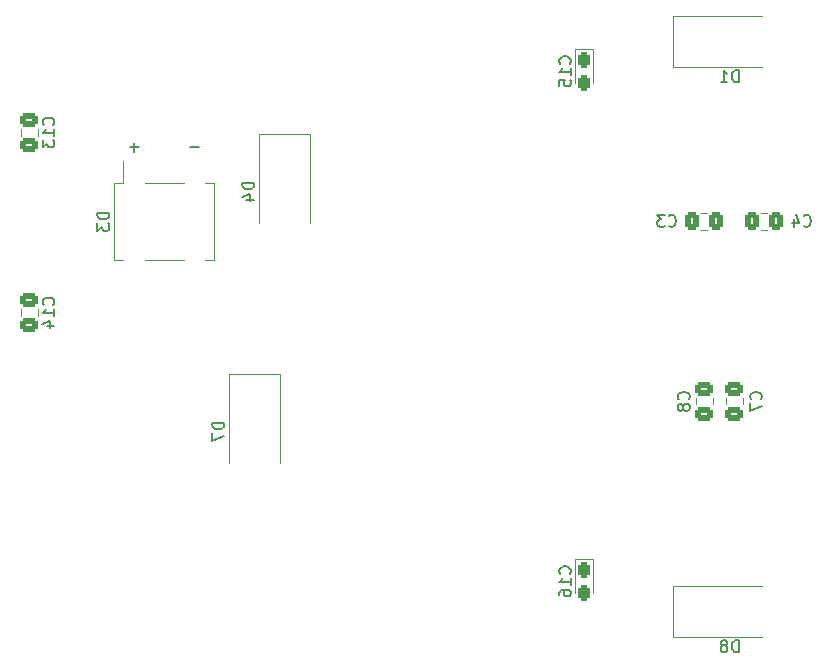
<source format=gbr>
%TF.GenerationSoftware,KiCad,Pcbnew,(6.0.10)*%
%TF.CreationDate,2023-04-08T13:34:01+03:00*%
%TF.ProjectId,DelSol_PSU,44656c53-6f6c-45f5-9053-552e6b696361,rev?*%
%TF.SameCoordinates,Original*%
%TF.FileFunction,Legend,Bot*%
%TF.FilePolarity,Positive*%
%FSLAX46Y46*%
G04 Gerber Fmt 4.6, Leading zero omitted, Abs format (unit mm)*
G04 Created by KiCad (PCBNEW (6.0.10)) date 2023-04-08 13:34:01*
%MOMM*%
%LPD*%
G01*
G04 APERTURE LIST*
G04 Aperture macros list*
%AMRoundRect*
0 Rectangle with rounded corners*
0 $1 Rounding radius*
0 $2 $3 $4 $5 $6 $7 $8 $9 X,Y pos of 4 corners*
0 Add a 4 corners polygon primitive as box body*
4,1,4,$2,$3,$4,$5,$6,$7,$8,$9,$2,$3,0*
0 Add four circle primitives for the rounded corners*
1,1,$1+$1,$2,$3*
1,1,$1+$1,$4,$5*
1,1,$1+$1,$6,$7*
1,1,$1+$1,$8,$9*
0 Add four rect primitives between the rounded corners*
20,1,$1+$1,$2,$3,$4,$5,0*
20,1,$1+$1,$4,$5,$6,$7,0*
20,1,$1+$1,$6,$7,$8,$9,0*
20,1,$1+$1,$8,$9,$2,$3,0*%
%AMOutline4P*
0 Free polygon, 4 corners , with rotation*
0 The origin of the aperture is its center*
0 number of corners: always 4*
0 $1 to $8 corner X, Y*
0 $9 Rotation angle, in degrees counterclockwise*
0 create outline with 4 corners*
4,1,4,$1,$2,$3,$4,$5,$6,$7,$8,$1,$2,$9*%
G04 Aperture macros list end*
%ADD10C,0.150000*%
%ADD11C,0.120000*%
%ADD12R,1.700000X1.700000*%
%ADD13O,1.700000X1.700000*%
%ADD14R,2.000000X2.000000*%
%ADD15C,3.200000*%
%ADD16R,2.400000X2.400000*%
%ADD17C,2.400000*%
%ADD18O,2.000000X2.000000*%
%ADD19C,1.800000*%
%ADD20O,2.400000X2.400000*%
%ADD21C,1.600000*%
%ADD22O,1.600000X1.600000*%
%ADD23O,3.780000X2.600000*%
%ADD24C,1.400000*%
%ADD25RoundRect,0.500000X0.900000X-0.500000X0.900000X0.500000X-0.900000X0.500000X-0.900000X-0.500000X0*%
%ADD26O,2.800000X2.000000*%
%ADD27R,1.905000X2.000000*%
%ADD28O,1.905000X2.000000*%
%ADD29Outline4P,-1.800000X-1.150000X1.800000X-0.550000X1.800000X0.550000X-1.800000X1.150000X270.000000*%
%ADD30Outline4P,-1.800000X-1.150000X1.800000X-0.550000X1.800000X0.550000X-1.800000X1.150000X90.000000*%
%ADD31RoundRect,0.250000X-0.275000X0.400000X-0.275000X-0.400000X0.275000X-0.400000X0.275000X0.400000X0*%
%ADD32Outline4P,-1.800000X-1.150000X1.800000X-0.550000X1.800000X0.550000X-1.800000X1.150000X0.000000*%
%ADD33Outline4P,-1.800000X-1.150000X1.800000X-0.550000X1.800000X0.550000X-1.800000X1.150000X180.000000*%
%ADD34RoundRect,0.250000X0.475000X-0.337500X0.475000X0.337500X-0.475000X0.337500X-0.475000X-0.337500X0*%
%ADD35RoundRect,0.250000X-0.475000X0.337500X-0.475000X-0.337500X0.475000X-0.337500X0.475000X0.337500X0*%
%ADD36RoundRect,0.250000X0.337500X0.475000X-0.337500X0.475000X-0.337500X-0.475000X0.337500X-0.475000X0*%
%ADD37R,1.300000X1.500000*%
%ADD38RoundRect,0.250000X-0.337500X-0.475000X0.337500X-0.475000X0.337500X0.475000X-0.337500X0.475000X0*%
G04 APERTURE END LIST*
D10*
X86740952Y-47061428D02*
X85979047Y-47061428D01*
X81660952Y-47061428D02*
X80899047Y-47061428D01*
X81280000Y-47442380D02*
X81280000Y-46680476D01*
X88892380Y-70381904D02*
X87892380Y-70381904D01*
X87892380Y-70620000D01*
X87940000Y-70762857D01*
X88035238Y-70858095D01*
X88130476Y-70905714D01*
X88320952Y-70953333D01*
X88463809Y-70953333D01*
X88654285Y-70905714D01*
X88749523Y-70858095D01*
X88844761Y-70762857D01*
X88892380Y-70620000D01*
X88892380Y-70381904D01*
X87892380Y-71286666D02*
X87892380Y-71953333D01*
X88892380Y-71524761D01*
X118157142Y-83177142D02*
X118204761Y-83129523D01*
X118252380Y-82986666D01*
X118252380Y-82891428D01*
X118204761Y-82748571D01*
X118109523Y-82653333D01*
X118014285Y-82605714D01*
X117823809Y-82558095D01*
X117680952Y-82558095D01*
X117490476Y-82605714D01*
X117395238Y-82653333D01*
X117300000Y-82748571D01*
X117252380Y-82891428D01*
X117252380Y-82986666D01*
X117300000Y-83129523D01*
X117347619Y-83177142D01*
X118252380Y-84129523D02*
X118252380Y-83558095D01*
X118252380Y-83843809D02*
X117252380Y-83843809D01*
X117395238Y-83748571D01*
X117490476Y-83653333D01*
X117538095Y-83558095D01*
X117252380Y-84986666D02*
X117252380Y-84796190D01*
X117300000Y-84700952D01*
X117347619Y-84653333D01*
X117490476Y-84558095D01*
X117680952Y-84510476D01*
X118061904Y-84510476D01*
X118157142Y-84558095D01*
X118204761Y-84605714D01*
X118252380Y-84700952D01*
X118252380Y-84891428D01*
X118204761Y-84986666D01*
X118157142Y-85034285D01*
X118061904Y-85081904D01*
X117823809Y-85081904D01*
X117728571Y-85034285D01*
X117680952Y-84986666D01*
X117633333Y-84891428D01*
X117633333Y-84700952D01*
X117680952Y-84605714D01*
X117728571Y-84558095D01*
X117823809Y-84510476D01*
X132458095Y-41552380D02*
X132458095Y-40552380D01*
X132220000Y-40552380D01*
X132077142Y-40600000D01*
X131981904Y-40695238D01*
X131934285Y-40790476D01*
X131886666Y-40980952D01*
X131886666Y-41123809D01*
X131934285Y-41314285D01*
X131981904Y-41409523D01*
X132077142Y-41504761D01*
X132220000Y-41552380D01*
X132458095Y-41552380D01*
X130934285Y-41552380D02*
X131505714Y-41552380D01*
X131220000Y-41552380D02*
X131220000Y-40552380D01*
X131315238Y-40695238D01*
X131410476Y-40790476D01*
X131505714Y-40838095D01*
X74427142Y-60417142D02*
X74474761Y-60369523D01*
X74522380Y-60226666D01*
X74522380Y-60131428D01*
X74474761Y-59988571D01*
X74379523Y-59893333D01*
X74284285Y-59845714D01*
X74093809Y-59798095D01*
X73950952Y-59798095D01*
X73760476Y-59845714D01*
X73665238Y-59893333D01*
X73570000Y-59988571D01*
X73522380Y-60131428D01*
X73522380Y-60226666D01*
X73570000Y-60369523D01*
X73617619Y-60417142D01*
X74522380Y-61369523D02*
X74522380Y-60798095D01*
X74522380Y-61083809D02*
X73522380Y-61083809D01*
X73665238Y-60988571D01*
X73760476Y-60893333D01*
X73808095Y-60798095D01*
X73855714Y-62226666D02*
X74522380Y-62226666D01*
X73474761Y-61988571D02*
X74189047Y-61750476D01*
X74189047Y-62369523D01*
X118157142Y-39997142D02*
X118204761Y-39949523D01*
X118252380Y-39806666D01*
X118252380Y-39711428D01*
X118204761Y-39568571D01*
X118109523Y-39473333D01*
X118014285Y-39425714D01*
X117823809Y-39378095D01*
X117680952Y-39378095D01*
X117490476Y-39425714D01*
X117395238Y-39473333D01*
X117300000Y-39568571D01*
X117252380Y-39711428D01*
X117252380Y-39806666D01*
X117300000Y-39949523D01*
X117347619Y-39997142D01*
X118252380Y-40949523D02*
X118252380Y-40378095D01*
X118252380Y-40663809D02*
X117252380Y-40663809D01*
X117395238Y-40568571D01*
X117490476Y-40473333D01*
X117538095Y-40378095D01*
X117252380Y-41854285D02*
X117252380Y-41378095D01*
X117728571Y-41330476D01*
X117680952Y-41378095D01*
X117633333Y-41473333D01*
X117633333Y-41711428D01*
X117680952Y-41806666D01*
X117728571Y-41854285D01*
X117823809Y-41901904D01*
X118061904Y-41901904D01*
X118157142Y-41854285D01*
X118204761Y-41806666D01*
X118252380Y-41711428D01*
X118252380Y-41473333D01*
X118204761Y-41378095D01*
X118157142Y-41330476D01*
X128217142Y-68413333D02*
X128264761Y-68365714D01*
X128312380Y-68222857D01*
X128312380Y-68127619D01*
X128264761Y-67984761D01*
X128169523Y-67889523D01*
X128074285Y-67841904D01*
X127883809Y-67794285D01*
X127740952Y-67794285D01*
X127550476Y-67841904D01*
X127455238Y-67889523D01*
X127360000Y-67984761D01*
X127312380Y-68127619D01*
X127312380Y-68222857D01*
X127360000Y-68365714D01*
X127407619Y-68413333D01*
X127740952Y-68984761D02*
X127693333Y-68889523D01*
X127645714Y-68841904D01*
X127550476Y-68794285D01*
X127502857Y-68794285D01*
X127407619Y-68841904D01*
X127360000Y-68889523D01*
X127312380Y-68984761D01*
X127312380Y-69175238D01*
X127360000Y-69270476D01*
X127407619Y-69318095D01*
X127502857Y-69365714D01*
X127550476Y-69365714D01*
X127645714Y-69318095D01*
X127693333Y-69270476D01*
X127740952Y-69175238D01*
X127740952Y-68984761D01*
X127788571Y-68889523D01*
X127836190Y-68841904D01*
X127931428Y-68794285D01*
X128121904Y-68794285D01*
X128217142Y-68841904D01*
X128264761Y-68889523D01*
X128312380Y-68984761D01*
X128312380Y-69175238D01*
X128264761Y-69270476D01*
X128217142Y-69318095D01*
X128121904Y-69365714D01*
X127931428Y-69365714D01*
X127836190Y-69318095D01*
X127788571Y-69270476D01*
X127740952Y-69175238D01*
X74427142Y-45177142D02*
X74474761Y-45129523D01*
X74522380Y-44986666D01*
X74522380Y-44891428D01*
X74474761Y-44748571D01*
X74379523Y-44653333D01*
X74284285Y-44605714D01*
X74093809Y-44558095D01*
X73950952Y-44558095D01*
X73760476Y-44605714D01*
X73665238Y-44653333D01*
X73570000Y-44748571D01*
X73522380Y-44891428D01*
X73522380Y-44986666D01*
X73570000Y-45129523D01*
X73617619Y-45177142D01*
X74522380Y-46129523D02*
X74522380Y-45558095D01*
X74522380Y-45843809D02*
X73522380Y-45843809D01*
X73665238Y-45748571D01*
X73760476Y-45653333D01*
X73808095Y-45558095D01*
X73522380Y-46462857D02*
X73522380Y-47081904D01*
X73903333Y-46748571D01*
X73903333Y-46891428D01*
X73950952Y-46986666D01*
X73998571Y-47034285D01*
X74093809Y-47081904D01*
X74331904Y-47081904D01*
X74427142Y-47034285D01*
X74474761Y-46986666D01*
X74522380Y-46891428D01*
X74522380Y-46605714D01*
X74474761Y-46510476D01*
X74427142Y-46462857D01*
X134342142Y-68413333D02*
X134389761Y-68365714D01*
X134437380Y-68222857D01*
X134437380Y-68127619D01*
X134389761Y-67984761D01*
X134294523Y-67889523D01*
X134199285Y-67841904D01*
X134008809Y-67794285D01*
X133865952Y-67794285D01*
X133675476Y-67841904D01*
X133580238Y-67889523D01*
X133485000Y-67984761D01*
X133437380Y-68127619D01*
X133437380Y-68222857D01*
X133485000Y-68365714D01*
X133532619Y-68413333D01*
X133437380Y-68746666D02*
X133437380Y-69413333D01*
X134437380Y-68984761D01*
X132458095Y-89812380D02*
X132458095Y-88812380D01*
X132220000Y-88812380D01*
X132077142Y-88860000D01*
X131981904Y-88955238D01*
X131934285Y-89050476D01*
X131886666Y-89240952D01*
X131886666Y-89383809D01*
X131934285Y-89574285D01*
X131981904Y-89669523D01*
X132077142Y-89764761D01*
X132220000Y-89812380D01*
X132458095Y-89812380D01*
X131315238Y-89240952D02*
X131410476Y-89193333D01*
X131458095Y-89145714D01*
X131505714Y-89050476D01*
X131505714Y-89002857D01*
X131458095Y-88907619D01*
X131410476Y-88860000D01*
X131315238Y-88812380D01*
X131124761Y-88812380D01*
X131029523Y-88860000D01*
X130981904Y-88907619D01*
X130934285Y-89002857D01*
X130934285Y-89050476D01*
X130981904Y-89145714D01*
X131029523Y-89193333D01*
X131124761Y-89240952D01*
X131315238Y-89240952D01*
X131410476Y-89288571D01*
X131458095Y-89336190D01*
X131505714Y-89431428D01*
X131505714Y-89621904D01*
X131458095Y-89717142D01*
X131410476Y-89764761D01*
X131315238Y-89812380D01*
X131124761Y-89812380D01*
X131029523Y-89764761D01*
X130981904Y-89717142D01*
X130934285Y-89621904D01*
X130934285Y-89431428D01*
X130981904Y-89336190D01*
X131029523Y-89288571D01*
X131124761Y-89240952D01*
X137961666Y-53697142D02*
X138009285Y-53744761D01*
X138152142Y-53792380D01*
X138247380Y-53792380D01*
X138390238Y-53744761D01*
X138485476Y-53649523D01*
X138533095Y-53554285D01*
X138580714Y-53363809D01*
X138580714Y-53220952D01*
X138533095Y-53030476D01*
X138485476Y-52935238D01*
X138390238Y-52840000D01*
X138247380Y-52792380D01*
X138152142Y-52792380D01*
X138009285Y-52840000D01*
X137961666Y-52887619D01*
X137104523Y-53125714D02*
X137104523Y-53792380D01*
X137342619Y-52744761D02*
X137580714Y-53459047D01*
X136961666Y-53459047D01*
X79172380Y-52601904D02*
X78172380Y-52601904D01*
X78172380Y-52840000D01*
X78220000Y-52982857D01*
X78315238Y-53078095D01*
X78410476Y-53125714D01*
X78600952Y-53173333D01*
X78743809Y-53173333D01*
X78934285Y-53125714D01*
X79029523Y-53078095D01*
X79124761Y-52982857D01*
X79172380Y-52840000D01*
X79172380Y-52601904D01*
X78172380Y-53506666D02*
X78172380Y-54125714D01*
X78553333Y-53792380D01*
X78553333Y-53935238D01*
X78600952Y-54030476D01*
X78648571Y-54078095D01*
X78743809Y-54125714D01*
X78981904Y-54125714D01*
X79077142Y-54078095D01*
X79124761Y-54030476D01*
X79172380Y-53935238D01*
X79172380Y-53649523D01*
X79124761Y-53554285D01*
X79077142Y-53506666D01*
X91432380Y-50061904D02*
X90432380Y-50061904D01*
X90432380Y-50300000D01*
X90480000Y-50442857D01*
X90575238Y-50538095D01*
X90670476Y-50585714D01*
X90860952Y-50633333D01*
X91003809Y-50633333D01*
X91194285Y-50585714D01*
X91289523Y-50538095D01*
X91384761Y-50442857D01*
X91432380Y-50300000D01*
X91432380Y-50061904D01*
X90765714Y-51490476D02*
X91432380Y-51490476D01*
X90384761Y-51252380D02*
X91099047Y-51014285D01*
X91099047Y-51633333D01*
X126531666Y-53697142D02*
X126579285Y-53744761D01*
X126722142Y-53792380D01*
X126817380Y-53792380D01*
X126960238Y-53744761D01*
X127055476Y-53649523D01*
X127103095Y-53554285D01*
X127150714Y-53363809D01*
X127150714Y-53220952D01*
X127103095Y-53030476D01*
X127055476Y-52935238D01*
X126960238Y-52840000D01*
X126817380Y-52792380D01*
X126722142Y-52792380D01*
X126579285Y-52840000D01*
X126531666Y-52887619D01*
X126198333Y-52792380D02*
X125579285Y-52792380D01*
X125912619Y-53173333D01*
X125769761Y-53173333D01*
X125674523Y-53220952D01*
X125626904Y-53268571D01*
X125579285Y-53363809D01*
X125579285Y-53601904D01*
X125626904Y-53697142D01*
X125674523Y-53744761D01*
X125769761Y-53792380D01*
X126055476Y-53792380D01*
X126150714Y-53744761D01*
X126198333Y-53697142D01*
D11*
X89290000Y-66270000D02*
X93590000Y-66270000D01*
X93590000Y-66270000D02*
X93590000Y-73820000D01*
X89290000Y-66270000D02*
X89290000Y-73820000D01*
X118595000Y-81935000D02*
X120165000Y-81935000D01*
X120165000Y-81935000D02*
X120165000Y-84820000D01*
X118595000Y-84820000D02*
X118595000Y-81935000D01*
X126870000Y-40250000D02*
X126870000Y-35950000D01*
X126870000Y-35950000D02*
X134420000Y-35950000D01*
X126870000Y-40250000D02*
X134420000Y-40250000D01*
X71655000Y-61321252D02*
X71655000Y-60798748D01*
X73125000Y-61321252D02*
X73125000Y-60798748D01*
X118595000Y-41640000D02*
X118595000Y-38755000D01*
X118595000Y-38755000D02*
X120165000Y-38755000D01*
X120165000Y-38755000D02*
X120165000Y-41640000D01*
X128805000Y-68318748D02*
X128805000Y-68841252D01*
X130275000Y-68318748D02*
X130275000Y-68841252D01*
X71655000Y-46081252D02*
X71655000Y-45558748D01*
X73125000Y-46081252D02*
X73125000Y-45558748D01*
X132815000Y-68318748D02*
X132815000Y-68841252D01*
X131345000Y-68318748D02*
X131345000Y-68841252D01*
X126870000Y-88510000D02*
X126870000Y-84210000D01*
X126870000Y-88510000D02*
X134420000Y-88510000D01*
X126870000Y-84210000D02*
X134420000Y-84210000D01*
X134881252Y-54075000D02*
X134358748Y-54075000D01*
X134881252Y-52605000D02*
X134358748Y-52605000D01*
X87280000Y-50055000D02*
X88070000Y-50055000D01*
X88070000Y-50055000D02*
X88070000Y-56625000D01*
X79570000Y-50055000D02*
X80360000Y-50055000D01*
X79570000Y-50065000D02*
X79570000Y-56615000D01*
X88070000Y-56625000D02*
X87280000Y-56625000D01*
X82180000Y-56625000D02*
X85460000Y-56625000D01*
X82180000Y-50055000D02*
X85460000Y-50055000D01*
X80360000Y-56625000D02*
X79570000Y-56625000D01*
X80360000Y-50055000D02*
X80360000Y-48200000D01*
X96130000Y-45950000D02*
X96130000Y-53500000D01*
X91830000Y-45950000D02*
X91830000Y-53500000D01*
X91830000Y-45950000D02*
X96130000Y-45950000D01*
X129278748Y-54075000D02*
X129801252Y-54075000D01*
X129278748Y-52605000D02*
X129801252Y-52605000D01*
%LPC*%
D12*
X147305000Y-53770000D03*
D13*
X144765000Y-53770000D03*
X142225000Y-53770000D03*
D14*
X53340000Y-86360000D03*
D12*
X147305000Y-58850000D03*
D13*
X144765000Y-58850000D03*
X142225000Y-58850000D03*
D15*
X22860000Y-87630000D03*
D14*
X58420000Y-86360000D03*
D16*
X98425000Y-82745000D03*
D17*
X98425000Y-87745000D03*
D16*
X114300000Y-52265000D03*
D17*
X114300000Y-57265000D03*
D15*
X148590000Y-87630000D03*
D16*
X114300000Y-82745000D03*
D17*
X114300000Y-87745000D03*
D14*
X48660000Y-43360000D03*
X81280000Y-67280000D03*
D18*
X81280000Y-72280000D03*
X86280000Y-72280000D03*
X86280000Y-67280000D03*
D14*
X68660000Y-48360000D03*
X68660000Y-43360000D03*
D19*
X31810000Y-33590000D03*
X39310000Y-34990000D03*
D17*
X83820000Y-88900000D03*
D20*
X88900000Y-88900000D03*
D12*
X129540000Y-60960000D03*
D13*
X132080000Y-60960000D03*
D12*
X142240000Y-43180000D03*
D13*
X142240000Y-40640000D03*
X142240000Y-38100000D03*
D14*
X46990000Y-86360000D03*
D21*
X38100000Y-39530000D03*
D22*
X38100000Y-59530000D03*
D12*
X147305000Y-69010000D03*
D13*
X144765000Y-69010000D03*
X142225000Y-69010000D03*
D12*
X142240000Y-81280000D03*
D13*
X142240000Y-83820000D03*
X142240000Y-86360000D03*
D17*
X83820000Y-81280000D03*
D20*
X88900000Y-81280000D03*
D21*
X30480000Y-39530000D03*
D22*
X30480000Y-59530000D03*
D17*
X83780000Y-43180000D03*
D20*
X88860000Y-43180000D03*
D17*
X83820000Y-35560000D03*
D20*
X88900000Y-35560000D03*
D15*
X22860000Y-36830000D03*
D12*
X147305000Y-48690000D03*
D13*
X144765000Y-48690000D03*
X142225000Y-48690000D03*
D23*
X132080000Y-78740000D03*
D12*
X129540000Y-64770000D03*
D13*
X132080000Y-64770000D03*
D14*
X39370000Y-86360000D03*
D24*
X91440000Y-63266000D03*
X91440000Y-60726000D03*
D14*
X68660000Y-58360000D03*
D15*
X148590000Y-36830000D03*
D12*
X147305000Y-63930000D03*
D13*
X144765000Y-63930000D03*
X142225000Y-63930000D03*
D16*
X114300000Y-67094785D03*
D17*
X114300000Y-72094785D03*
D25*
X30480000Y-79470000D03*
X30480000Y-86740000D03*
D26*
X30480000Y-63120000D03*
X30480000Y-70390000D03*
D16*
X114300000Y-37025000D03*
D17*
X114300000Y-42025000D03*
D27*
X134620000Y-73660000D03*
D28*
X132080000Y-73660000D03*
X129540000Y-73660000D03*
D23*
X132080000Y-45720000D03*
D27*
X129540000Y-50800000D03*
D28*
X132080000Y-50800000D03*
X134620000Y-50800000D03*
D12*
X147320000Y-73660000D03*
D13*
X144780000Y-73660000D03*
X142240000Y-73660000D03*
D14*
X68660000Y-63360000D03*
D16*
X98425000Y-37025000D03*
D17*
X98425000Y-42025000D03*
D16*
X98425000Y-52265000D03*
D17*
X98425000Y-57265000D03*
D16*
X98425000Y-67094785D03*
D17*
X98425000Y-72094785D03*
D14*
X48660000Y-63600000D03*
D29*
X91440000Y-68220000D03*
D30*
X91440000Y-74020000D03*
D31*
X119380000Y-82845000D03*
X119380000Y-84795000D03*
D32*
X128820000Y-38100000D03*
D33*
X134620000Y-38100000D03*
D34*
X72390000Y-62097500D03*
X72390000Y-60022500D03*
D31*
X119380000Y-39665000D03*
X119380000Y-41615000D03*
D35*
X129540000Y-67542500D03*
X129540000Y-69617500D03*
D34*
X72390000Y-46857500D03*
X72390000Y-44782500D03*
D35*
X132080000Y-67542500D03*
X132080000Y-69617500D03*
D32*
X128820000Y-86360000D03*
D33*
X134620000Y-86360000D03*
D36*
X135657500Y-53340000D03*
X133582500Y-53340000D03*
D37*
X81270000Y-48890000D03*
X86370000Y-48890000D03*
X86370000Y-57790000D03*
X81270000Y-57790000D03*
D29*
X93980000Y-47900000D03*
D30*
X93980000Y-53700000D03*
D38*
X128502500Y-53340000D03*
X130577500Y-53340000D03*
M02*

</source>
